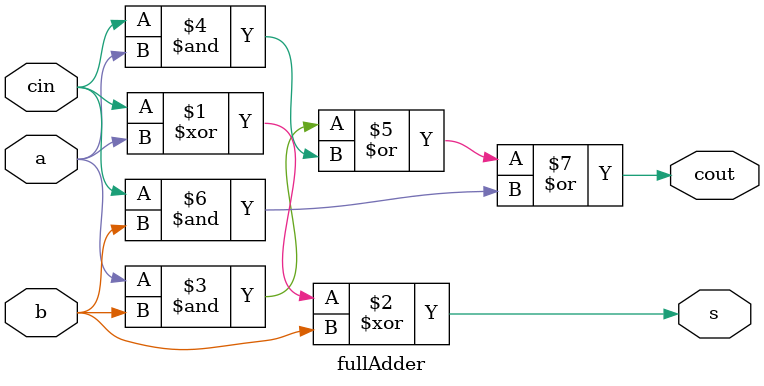
<source format=v>
`timescale 1ns / 1ns // `timescale time_unit/time_precision

module part2(Clock, Reset_b, Data, Function, ALUout);
	input Clock, Reset_b;
	input [3:0] Data;
	input [2:0] Function;
	output reg [7:0] ALUout;
	
	// I/O wires
	wire [3:0] A, B;
	reg [7:0] out;
	assign A = Data;
	assign B = ALUout[3:0];
	
	// intermediate wires
	wire [3:0] case0_sum, case0_cout, case1_sum;
	wire case1_cout;
	lab3part2 adder(A, B, 1'b0, case0_sum, case0_cout);
	assign {case1_cout, case1_sum} = A + B;
	
	always@(*)
	begin
		case(Function)
			3'b001: out = {3'b0, case1_cout, case1_sum};
			3'b000: out = {3'b0, case0_cout[3], case0_sum};
			3'b010: out = {{4{B[3]}}, B};
			3'b011: out = (|A | |B);
			3'b100: out = (&A & &B);
			3'b101: out = B << A;
			3'b110: out = A * B;
			3'b111: out <= ALUout;
			default: out = 8'b0;
		endcase
	end
	
	always@(posedge Clock)
		begin
			if (Reset_b == 0)
				ALUout <= 0;
			else
				ALUout <= out;
		end
endmodule

// case 0: 4-bit ripple carry adder
module lab3part2(a, b, c_in, s, c_out);
	input [3:0] a, b;
	input c_in;
	output [3:0] s;
	output [3:0] c_out;
	
	fullAdder bit0(a[0], b[0], c_in, s[0], c_out[0]);
    fullAdder bit1(a[1], b[1], c_out[0], s[1], c_out[1]);
    fullAdder bit2(a[2], b[2], c_out[1], s[2], c_out[2]);
	fullAdder bit3(a[3], b[3], c_out[2], s[3], c_out[3]);
endmodule

module fullAdder(a, b, cin, s, cout);
	input a, b, cin;
	output s, cout;
	assign s = cin^a^b;
	assign cout = (a&b) | (cin&a)| (cin&b);
endmodule

</source>
